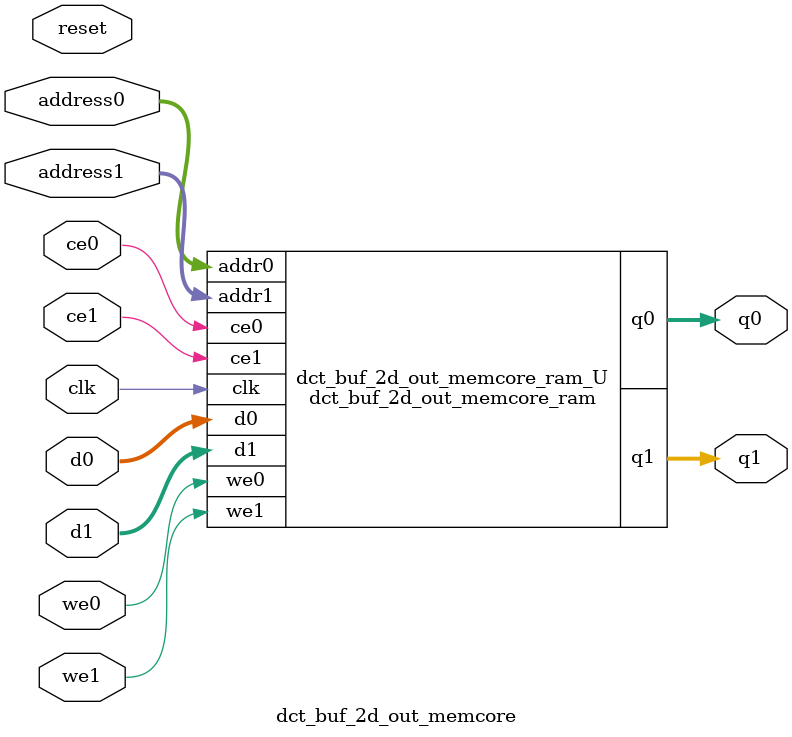
<source format=v>

`timescale 1 ns / 1 ps
module dct_buf_2d_out_memcore_ram (addr0, ce0, d0, we0, q0, addr1, ce1, d1, we1, q1,  clk);

parameter DWIDTH = 16;
parameter AWIDTH = 7;
parameter MEM_SIZE = 128;

input[AWIDTH-1:0] addr0;
input ce0;
input[DWIDTH-1:0] d0;
input we0;
output reg[DWIDTH-1:0] q0;
input[AWIDTH-1:0] addr1;
input ce1;
input[DWIDTH-1:0] d1;
input we1;
output reg[DWIDTH-1:0] q1;
input clk;

(* ram_style = "block" *)reg [DWIDTH-1:0] ram[0:MEM_SIZE-1];




always @(posedge clk)  
begin 
    if (ce0) 
    begin
        if (we0) 
        begin 
            ram[addr0] <= d0; 
            q0 <= d0;
        end 
        else 
            q0 <= ram[addr0];
    end
end


always @(posedge clk)  
begin 
    if (ce1) 
    begin
        if (we1) 
        begin 
            ram[addr1] <= d1; 
            q1 <= d1;
        end 
        else 
            q1 <= ram[addr1];
    end
end


endmodule


`timescale 1 ns / 1 ps
module dct_buf_2d_out_memcore(
    reset,
    clk,
    address0,
    ce0,
    we0,
    d0,
    q0,
    address1,
    ce1,
    we1,
    d1,
    q1);

parameter DataWidth = 32'd16;
parameter AddressRange = 32'd128;
parameter AddressWidth = 32'd7;
input reset;
input clk;
input[AddressWidth - 1:0] address0;
input ce0;
input we0;
input[DataWidth - 1:0] d0;
output[DataWidth - 1:0] q0;
input[AddressWidth - 1:0] address1;
input ce1;
input we1;
input[DataWidth - 1:0] d1;
output[DataWidth - 1:0] q1;



dct_buf_2d_out_memcore_ram dct_buf_2d_out_memcore_ram_U(
    .clk( clk ),
    .addr0( address0 ),
    .ce0( ce0 ),
    .d0( d0 ),
    .we0( we0 ),
    .q0( q0 ),
    .addr1( address1 ),
    .ce1( ce1 ),
    .d1( d1 ),
    .we1( we1 ),
    .q1( q1 ));

endmodule


</source>
